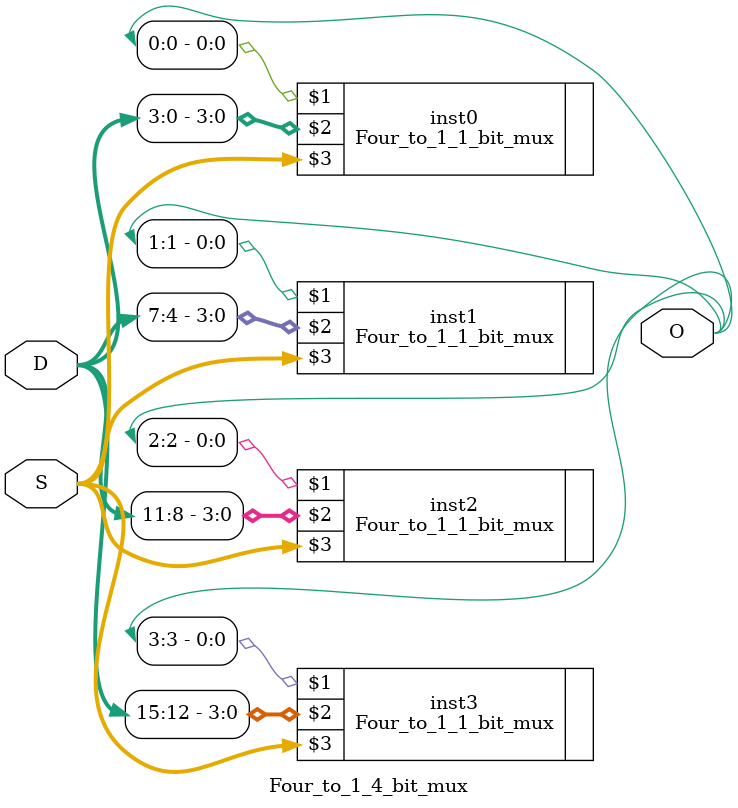
<source format=v>
module Four_to_1_4_bit_mux(O,D,S); //declares module

	input wire [15:0]D; // four data inputs
	input wire [1:0]S; // two selector inputs
	output wire [3:0]O;   //define output data wire
	
	Four_to_1_1_bit_mux inst0(O[0],D[3:0],S); //calls the four to 1, 1 bit module from earlier.
	Four_to_1_1_bit_mux inst1(O[1],D[7:4],S); //calls the four to 1, 1 bit module from earlier.
	Four_to_1_1_bit_mux inst2(O[2],D[11:8],S); //calls the four to 1, 1 bit module from earlier.
	Four_to_1_1_bit_mux inst3(O[3],D[15:12],S); //calls the four to 1, 1 bit module from earlier.
	//using four of the four to 1, 1 bit functions from earlier, we can create a 4 to 1, 4 bits multiplexer.
	
endmodule //ends module
</source>
